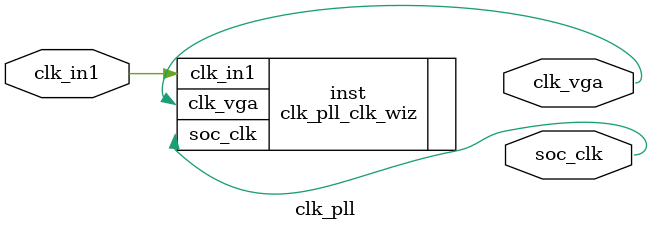
<source format=v>


`timescale 1ps/1ps

(* CORE_GENERATION_INFO = "clk_pll,clk_wiz_v6_0_4_0_0,{component_name=clk_pll,use_phase_alignment=true,use_min_o_jitter=false,use_max_i_jitter=false,use_dyn_phase_shift=false,use_inclk_switchover=false,use_dyn_reconfig=false,enable_axi=0,feedback_source=FDBK_AUTO,PRIMITIVE=PLL,num_out_clk=2,clkin1_period=10.000,clkin2_period=10.000,use_power_down=false,use_reset=false,use_locked=false,use_inclk_stopped=false,feedback_type=SINGLE,CLOCK_MGR_TYPE=NA,manual_override=false}" *)

module clk_pll 
 (
  // Clock out ports
  output        soc_clk,
  output        clk_vga,
 // Clock in ports
  input         clk_in1
 );

  clk_pll_clk_wiz inst
  (
  // Clock out ports  
  .soc_clk(soc_clk),
  .clk_vga(clk_vga),
 // Clock in ports
  .clk_in1(clk_in1)
  );

endmodule

</source>
